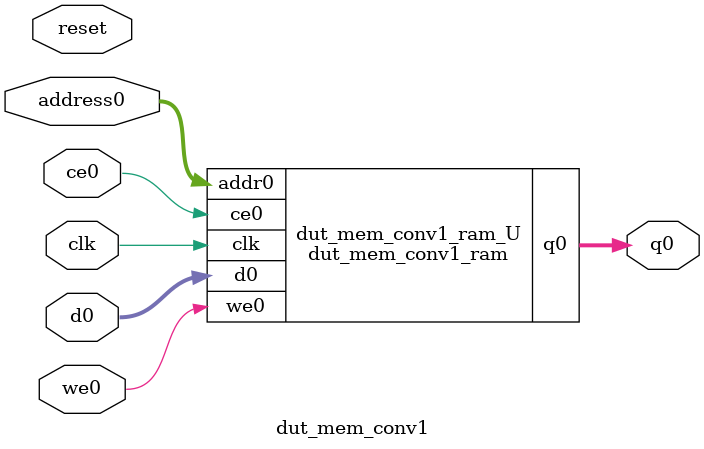
<source format=v>

`timescale 1 ns / 1 ps
module dut_mem_conv1_ram (addr0, ce0, d0, we0, q0,  clk);

parameter DWIDTH = 32;
parameter AWIDTH = 10;
parameter MEM_SIZE = 800;

input[AWIDTH-1:0] addr0;
input ce0;
input[DWIDTH-1:0] d0;
input we0;
output reg[DWIDTH-1:0] q0;
input clk;

(* ram_style = "block" *)reg [DWIDTH-1:0] ram[MEM_SIZE-1:0];




always @(posedge clk)  
begin 
    if (ce0) 
    begin
        if (we0) 
        begin 
            ram[addr0] <= d0; 
            q0 <= d0;
        end 
        else 
            q0 <= ram[addr0];
    end
end


endmodule


`timescale 1 ns / 1 ps
module dut_mem_conv1(
    reset,
    clk,
    address0,
    ce0,
    we0,
    d0,
    q0);

parameter DataWidth = 32'd32;
parameter AddressRange = 32'd800;
parameter AddressWidth = 32'd10;
input reset;
input clk;
input[AddressWidth - 1:0] address0;
input ce0;
input we0;
input[DataWidth - 1:0] d0;
output[DataWidth - 1:0] q0;



dut_mem_conv1_ram dut_mem_conv1_ram_U(
    .clk( clk ),
    .addr0( address0 ),
    .ce0( ce0 ),
    .d0( d0 ),
    .we0( we0 ),
    .q0( q0 ));

endmodule


</source>
